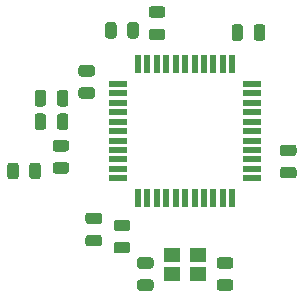
<source format=gtp>
G04 #@! TF.GenerationSoftware,KiCad,Pcbnew,(5.1.6)-1*
G04 #@! TF.CreationDate,2020-08-27T23:19:36-05:00*
G04 #@! TF.ProjectId,PikateaTPM,50696b61-7465-4615-9450-4d2e6b696361,rev?*
G04 #@! TF.SameCoordinates,Original*
G04 #@! TF.FileFunction,Paste,Top*
G04 #@! TF.FilePolarity,Positive*
%FSLAX46Y46*%
G04 Gerber Fmt 4.6, Leading zero omitted, Abs format (unit mm)*
G04 Created by KiCad (PCBNEW (5.1.6)-1) date 2020-08-27 23:19:36*
%MOMM*%
%LPD*%
G01*
G04 APERTURE LIST*
%ADD10R,1.400000X1.200000*%
%ADD11R,1.500000X0.550000*%
%ADD12R,0.550000X1.500000*%
G04 APERTURE END LIST*
G36*
G01*
X128732921Y-109279964D02*
X128732921Y-110192464D01*
G75*
G02*
X128489171Y-110436214I-243750J0D01*
G01*
X128001671Y-110436214D01*
G75*
G02*
X127757921Y-110192464I0J243750D01*
G01*
X127757921Y-109279964D01*
G75*
G02*
X128001671Y-109036214I243750J0D01*
G01*
X128489171Y-109036214D01*
G75*
G02*
X128732921Y-109279964I0J-243750D01*
G01*
G37*
G36*
G01*
X130607921Y-109279964D02*
X130607921Y-110192464D01*
G75*
G02*
X130364171Y-110436214I-243750J0D01*
G01*
X129876671Y-110436214D01*
G75*
G02*
X129632921Y-110192464I0J243750D01*
G01*
X129632921Y-109279964D01*
G75*
G02*
X129876671Y-109036214I243750J0D01*
G01*
X130364171Y-109036214D01*
G75*
G02*
X130607921Y-109279964I0J-243750D01*
G01*
G37*
G36*
G01*
X128732921Y-111264344D02*
X128732921Y-112176844D01*
G75*
G02*
X128489171Y-112420594I-243750J0D01*
G01*
X128001671Y-112420594D01*
G75*
G02*
X127757921Y-112176844I0J243750D01*
G01*
X127757921Y-111264344D01*
G75*
G02*
X128001671Y-111020594I243750J0D01*
G01*
X128489171Y-111020594D01*
G75*
G02*
X128732921Y-111264344I0J-243750D01*
G01*
G37*
G36*
G01*
X130607921Y-111264344D02*
X130607921Y-112176844D01*
G75*
G02*
X130364171Y-112420594I-243750J0D01*
G01*
X129876671Y-112420594D01*
G75*
G02*
X129632921Y-112176844I0J243750D01*
G01*
X129632921Y-111264344D01*
G75*
G02*
X129876671Y-111020594I243750J0D01*
G01*
X130364171Y-111020594D01*
G75*
G02*
X130607921Y-111264344I0J-243750D01*
G01*
G37*
G36*
G01*
X132298772Y-121298742D02*
X133211272Y-121298742D01*
G75*
G02*
X133455022Y-121542492I0J-243750D01*
G01*
X133455022Y-122029992D01*
G75*
G02*
X133211272Y-122273742I-243750J0D01*
G01*
X132298772Y-122273742D01*
G75*
G02*
X132055022Y-122029992I0J243750D01*
G01*
X132055022Y-121542492D01*
G75*
G02*
X132298772Y-121298742I243750J0D01*
G01*
G37*
G36*
G01*
X132298772Y-119423742D02*
X133211272Y-119423742D01*
G75*
G02*
X133455022Y-119667492I0J-243750D01*
G01*
X133455022Y-120154992D01*
G75*
G02*
X133211272Y-120398742I-243750J0D01*
G01*
X132298772Y-120398742D01*
G75*
G02*
X132055022Y-120154992I0J243750D01*
G01*
X132055022Y-119667492D01*
G75*
G02*
X132298772Y-119423742I243750J0D01*
G01*
G37*
G36*
G01*
X138568866Y-102936198D02*
X137656366Y-102936198D01*
G75*
G02*
X137412616Y-102692448I0J243750D01*
G01*
X137412616Y-102204948D01*
G75*
G02*
X137656366Y-101961198I243750J0D01*
G01*
X138568866Y-101961198D01*
G75*
G02*
X138812616Y-102204948I0J-243750D01*
G01*
X138812616Y-102692448D01*
G75*
G02*
X138568866Y-102936198I-243750J0D01*
G01*
G37*
G36*
G01*
X138568866Y-104811198D02*
X137656366Y-104811198D01*
G75*
G02*
X137412616Y-104567448I0J243750D01*
G01*
X137412616Y-104079948D01*
G75*
G02*
X137656366Y-103836198I243750J0D01*
G01*
X138568866Y-103836198D01*
G75*
G02*
X138812616Y-104079948I0J-243750D01*
G01*
X138812616Y-104567448D01*
G75*
G02*
X138568866Y-104811198I-243750J0D01*
G01*
G37*
G36*
G01*
X130433140Y-114247164D02*
X129520640Y-114247164D01*
G75*
G02*
X129276890Y-114003414I0J243750D01*
G01*
X129276890Y-113515914D01*
G75*
G02*
X129520640Y-113272164I243750J0D01*
G01*
X130433140Y-113272164D01*
G75*
G02*
X130676890Y-113515914I0J-243750D01*
G01*
X130676890Y-114003414D01*
G75*
G02*
X130433140Y-114247164I-243750J0D01*
G01*
G37*
G36*
G01*
X130433140Y-116122164D02*
X129520640Y-116122164D01*
G75*
G02*
X129276890Y-115878414I0J243750D01*
G01*
X129276890Y-115390914D01*
G75*
G02*
X129520640Y-115147164I243750J0D01*
G01*
X130433140Y-115147164D01*
G75*
G02*
X130676890Y-115390914I0J-243750D01*
G01*
X130676890Y-115878414D01*
G75*
G02*
X130433140Y-116122164I-243750J0D01*
G01*
G37*
G36*
G01*
X137576908Y-124169064D02*
X136664408Y-124169064D01*
G75*
G02*
X136420658Y-123925314I0J243750D01*
G01*
X136420658Y-123437814D01*
G75*
G02*
X136664408Y-123194064I243750J0D01*
G01*
X137576908Y-123194064D01*
G75*
G02*
X137820658Y-123437814I0J-243750D01*
G01*
X137820658Y-123925314D01*
G75*
G02*
X137576908Y-124169064I-243750J0D01*
G01*
G37*
G36*
G01*
X137576908Y-126044064D02*
X136664408Y-126044064D01*
G75*
G02*
X136420658Y-125800314I0J243750D01*
G01*
X136420658Y-125312814D01*
G75*
G02*
X136664408Y-125069064I243750J0D01*
G01*
X137576908Y-125069064D01*
G75*
G02*
X137820658Y-125312814I0J-243750D01*
G01*
X137820658Y-125800314D01*
G75*
G02*
X137576908Y-126044064I-243750J0D01*
G01*
G37*
G36*
G01*
X143411300Y-125069064D02*
X144323800Y-125069064D01*
G75*
G02*
X144567550Y-125312814I0J-243750D01*
G01*
X144567550Y-125800314D01*
G75*
G02*
X144323800Y-126044064I-243750J0D01*
G01*
X143411300Y-126044064D01*
G75*
G02*
X143167550Y-125800314I0J243750D01*
G01*
X143167550Y-125312814D01*
G75*
G02*
X143411300Y-125069064I243750J0D01*
G01*
G37*
G36*
G01*
X143411300Y-123194064D02*
X144323800Y-123194064D01*
G75*
G02*
X144567550Y-123437814I0J-243750D01*
G01*
X144567550Y-123925314D01*
G75*
G02*
X144323800Y-124169064I-243750J0D01*
G01*
X143411300Y-124169064D01*
G75*
G02*
X143167550Y-123925314I0J243750D01*
G01*
X143167550Y-123437814D01*
G75*
G02*
X143411300Y-123194064I243750J0D01*
G01*
G37*
G36*
G01*
X126406572Y-115431542D02*
X126406572Y-116344042D01*
G75*
G02*
X126162822Y-116587792I-243750J0D01*
G01*
X125675322Y-116587792D01*
G75*
G02*
X125431572Y-116344042I0J243750D01*
G01*
X125431572Y-115431542D01*
G75*
G02*
X125675322Y-115187792I243750J0D01*
G01*
X126162822Y-115187792D01*
G75*
G02*
X126406572Y-115431542I0J-243750D01*
G01*
G37*
G36*
G01*
X128281572Y-115431542D02*
X128281572Y-116344042D01*
G75*
G02*
X128037822Y-116587792I-243750J0D01*
G01*
X127550322Y-116587792D01*
G75*
G02*
X127306572Y-116344042I0J243750D01*
G01*
X127306572Y-115431542D01*
G75*
G02*
X127550322Y-115187792I243750J0D01*
G01*
X128037822Y-115187792D01*
G75*
G02*
X128281572Y-115431542I0J-243750D01*
G01*
G37*
G36*
G01*
X132615736Y-107896966D02*
X131703236Y-107896966D01*
G75*
G02*
X131459486Y-107653216I0J243750D01*
G01*
X131459486Y-107165716D01*
G75*
G02*
X131703236Y-106921966I243750J0D01*
G01*
X132615736Y-106921966D01*
G75*
G02*
X132859486Y-107165716I0J-243750D01*
G01*
X132859486Y-107653216D01*
G75*
G02*
X132615736Y-107896966I-243750J0D01*
G01*
G37*
G36*
G01*
X132615736Y-109771966D02*
X131703236Y-109771966D01*
G75*
G02*
X131459486Y-109528216I0J243750D01*
G01*
X131459486Y-109040716D01*
G75*
G02*
X131703236Y-108796966I243750J0D01*
G01*
X132615736Y-108796966D01*
G75*
G02*
X132859486Y-109040716I0J-243750D01*
G01*
X132859486Y-109528216D01*
G75*
G02*
X132615736Y-109771966I-243750J0D01*
G01*
G37*
G36*
G01*
X135586278Y-104437762D02*
X135586278Y-103525262D01*
G75*
G02*
X135830028Y-103281512I243750J0D01*
G01*
X136317528Y-103281512D01*
G75*
G02*
X136561278Y-103525262I0J-243750D01*
G01*
X136561278Y-104437762D01*
G75*
G02*
X136317528Y-104681512I-243750J0D01*
G01*
X135830028Y-104681512D01*
G75*
G02*
X135586278Y-104437762I0J243750D01*
G01*
G37*
G36*
G01*
X133711278Y-104437762D02*
X133711278Y-103525262D01*
G75*
G02*
X133955028Y-103281512I243750J0D01*
G01*
X134442528Y-103281512D01*
G75*
G02*
X134686278Y-103525262I0J-243750D01*
G01*
X134686278Y-104437762D01*
G75*
G02*
X134442528Y-104681512I-243750J0D01*
G01*
X133955028Y-104681512D01*
G75*
G02*
X133711278Y-104437762I0J243750D01*
G01*
G37*
G36*
G01*
X148769126Y-115544040D02*
X149681626Y-115544040D01*
G75*
G02*
X149925376Y-115787790I0J-243750D01*
G01*
X149925376Y-116275290D01*
G75*
G02*
X149681626Y-116519040I-243750J0D01*
G01*
X148769126Y-116519040D01*
G75*
G02*
X148525376Y-116275290I0J243750D01*
G01*
X148525376Y-115787790D01*
G75*
G02*
X148769126Y-115544040I243750J0D01*
G01*
G37*
G36*
G01*
X148769126Y-113669040D02*
X149681626Y-113669040D01*
G75*
G02*
X149925376Y-113912790I0J-243750D01*
G01*
X149925376Y-114400290D01*
G75*
G02*
X149681626Y-114644040I-243750J0D01*
G01*
X148769126Y-114644040D01*
G75*
G02*
X148525376Y-114400290I0J243750D01*
G01*
X148525376Y-113912790D01*
G75*
G02*
X148769126Y-113669040I243750J0D01*
G01*
G37*
G36*
G01*
X145401685Y-103723525D02*
X145401685Y-104636025D01*
G75*
G02*
X145157935Y-104879775I-243750J0D01*
G01*
X144670435Y-104879775D01*
G75*
G02*
X144426685Y-104636025I0J243750D01*
G01*
X144426685Y-103723525D01*
G75*
G02*
X144670435Y-103479775I243750J0D01*
G01*
X145157935Y-103479775D01*
G75*
G02*
X145401685Y-103723525I0J-243750D01*
G01*
G37*
G36*
G01*
X147276685Y-103723525D02*
X147276685Y-104636025D01*
G75*
G02*
X147032935Y-104879775I-243750J0D01*
G01*
X146545435Y-104879775D01*
G75*
G02*
X146301685Y-104636025I0J243750D01*
G01*
X146301685Y-103723525D01*
G75*
G02*
X146545435Y-103479775I243750J0D01*
G01*
X147032935Y-103479775D01*
G75*
G02*
X147276685Y-103723525I0J-243750D01*
G01*
G37*
G36*
G01*
X134679801Y-121893852D02*
X135592301Y-121893852D01*
G75*
G02*
X135836051Y-122137602I0J-243750D01*
G01*
X135836051Y-122625102D01*
G75*
G02*
X135592301Y-122868852I-243750J0D01*
G01*
X134679801Y-122868852D01*
G75*
G02*
X134436051Y-122625102I0J243750D01*
G01*
X134436051Y-122137602D01*
G75*
G02*
X134679801Y-121893852I243750J0D01*
G01*
G37*
G36*
G01*
X134679801Y-120018852D02*
X135592301Y-120018852D01*
G75*
G02*
X135836051Y-120262602I0J-243750D01*
G01*
X135836051Y-120750102D01*
G75*
G02*
X135592301Y-120993852I-243750J0D01*
G01*
X134679801Y-120993852D01*
G75*
G02*
X134436051Y-120750102I0J243750D01*
G01*
X134436051Y-120262602D01*
G75*
G02*
X134679801Y-120018852I243750J0D01*
G01*
G37*
D10*
X141593868Y-124625104D03*
X139393868Y-124625104D03*
X139393868Y-123025104D03*
X141593868Y-123025104D03*
D11*
X134793868Y-108514157D03*
X134793868Y-109314157D03*
X134793868Y-110114157D03*
X134793868Y-110914157D03*
X134793868Y-111714157D03*
X134793868Y-112514157D03*
X134793868Y-113314157D03*
X134793868Y-114114157D03*
X134793868Y-114914157D03*
X134793868Y-115714157D03*
X134793868Y-116514157D03*
D12*
X136493868Y-118214157D03*
X137293868Y-118214157D03*
X138093868Y-118214157D03*
X138893868Y-118214157D03*
X139693868Y-118214157D03*
X140493868Y-118214157D03*
X141293868Y-118214157D03*
X142093868Y-118214157D03*
X142893868Y-118214157D03*
X143693868Y-118214157D03*
X144493868Y-118214157D03*
D11*
X146193868Y-116514157D03*
X146193868Y-115714157D03*
X146193868Y-114914157D03*
X146193868Y-114114157D03*
X146193868Y-113314157D03*
X146193868Y-112514157D03*
X146193868Y-111714157D03*
X146193868Y-110914157D03*
X146193868Y-110114157D03*
X146193868Y-109314157D03*
X146193868Y-108514157D03*
D12*
X144493868Y-106814157D03*
X143693868Y-106814157D03*
X142893868Y-106814157D03*
X142093868Y-106814157D03*
X141293868Y-106814157D03*
X140493868Y-106814157D03*
X139693868Y-106814157D03*
X138893868Y-106814157D03*
X138093868Y-106814157D03*
X137293868Y-106814157D03*
X136493868Y-106814157D03*
M02*

</source>
